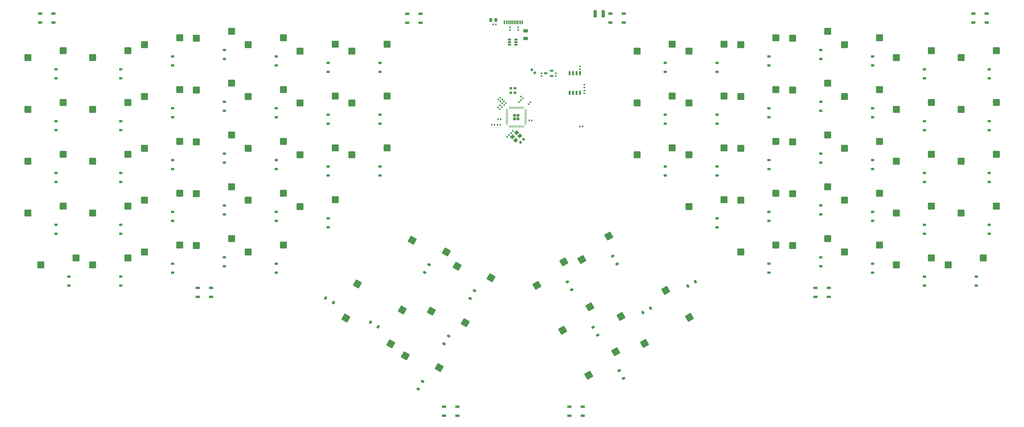
<source format=gbr>
%TF.GenerationSoftware,KiCad,Pcbnew,7.0.2*%
%TF.CreationDate,2023-06-06T03:29:56-04:00*%
%TF.ProjectId,arisu,61726973-752e-46b6-9963-61645f706362,1.1*%
%TF.SameCoordinates,Original*%
%TF.FileFunction,Paste,Bot*%
%TF.FilePolarity,Positive*%
%FSLAX46Y46*%
G04 Gerber Fmt 4.6, Leading zero omitted, Abs format (unit mm)*
G04 Created by KiCad (PCBNEW 7.0.2) date 2023-06-06 03:29:56*
%MOMM*%
%LPD*%
G01*
G04 APERTURE LIST*
G04 Aperture macros list*
%AMRoundRect*
0 Rectangle with rounded corners*
0 $1 Rounding radius*
0 $2 $3 $4 $5 $6 $7 $8 $9 X,Y pos of 4 corners*
0 Add a 4 corners polygon primitive as box body*
4,1,4,$2,$3,$4,$5,$6,$7,$8,$9,$2,$3,0*
0 Add four circle primitives for the rounded corners*
1,1,$1+$1,$2,$3*
1,1,$1+$1,$4,$5*
1,1,$1+$1,$6,$7*
1,1,$1+$1,$8,$9*
0 Add four rect primitives between the rounded corners*
20,1,$1+$1,$2,$3,$4,$5,0*
20,1,$1+$1,$4,$5,$6,$7,0*
20,1,$1+$1,$6,$7,$8,$9,0*
20,1,$1+$1,$8,$9,$2,$3,0*%
%AMRotRect*
0 Rectangle, with rotation*
0 The origin of the aperture is its center*
0 $1 length*
0 $2 width*
0 $3 Rotation angle, in degrees counterclockwise*
0 Add horizontal line*
21,1,$1,$2,0,0,$3*%
G04 Aperture macros list end*
%ADD10RoundRect,0.225000X0.375000X-0.225000X0.375000X0.225000X-0.375000X0.225000X-0.375000X-0.225000X0*%
%ADD11R,1.500000X0.900000*%
%ADD12RoundRect,0.250000X1.025000X1.000000X-1.025000X1.000000X-1.025000X-1.000000X1.025000X-1.000000X0*%
%ADD13RoundRect,0.250000X-1.378525X0.387676X-0.353525X-1.387676X1.378525X-0.387676X0.353525X1.387676X0*%
%ADD14RoundRect,0.140000X0.021213X-0.219203X0.219203X-0.021213X-0.021213X0.219203X-0.219203X0.021213X0*%
%ADD15RoundRect,0.250000X-0.312500X-1.075000X0.312500X-1.075000X0.312500X1.075000X-0.312500X1.075000X0*%
%ADD16RoundRect,0.150000X0.150000X-0.650000X0.150000X0.650000X-0.150000X0.650000X-0.150000X-0.650000X0*%
%ADD17RoundRect,0.140000X0.219203X0.021213X0.021213X0.219203X-0.219203X-0.021213X-0.021213X-0.219203X0*%
%ADD18RoundRect,0.225000X0.437260X-0.007356X0.212260X0.382356X-0.437260X0.007356X-0.212260X-0.382356X0*%
%ADD19RoundRect,0.250000X1.387676X0.353525X-0.387676X1.378525X-1.387676X-0.353525X0.387676X-1.378525X0*%
%ADD20RoundRect,0.140000X0.140000X0.170000X-0.140000X0.170000X-0.140000X-0.170000X0.140000X-0.170000X0*%
%ADD21RoundRect,0.200000X-0.275000X0.200000X-0.275000X-0.200000X0.275000X-0.200000X0.275000X0.200000X0*%
%ADD22RoundRect,0.250000X0.387676X1.378525X-1.387676X0.353525X-0.387676X-1.378525X1.387676X-0.353525X0*%
%ADD23RoundRect,0.140000X-0.219203X-0.021213X-0.021213X-0.219203X0.219203X0.021213X0.021213X0.219203X0*%
%ADD24RoundRect,0.250000X0.353525X-1.387676X1.378525X0.387676X-0.353525X1.387676X-1.378525X-0.387676X0*%
%ADD25RoundRect,0.225000X0.007356X0.437260X-0.382356X0.212260X-0.007356X-0.437260X0.382356X-0.212260X0*%
%ADD26RoundRect,0.140000X-0.140000X-0.170000X0.140000X-0.170000X0.140000X0.170000X-0.140000X0.170000X0*%
%ADD27RoundRect,0.250000X0.292217X0.292217X-0.292217X0.292217X-0.292217X-0.292217X0.292217X-0.292217X0*%
%ADD28RoundRect,0.050000X0.387500X0.050000X-0.387500X0.050000X-0.387500X-0.050000X0.387500X-0.050000X0*%
%ADD29RoundRect,0.050000X0.050000X0.387500X-0.050000X0.387500X-0.050000X-0.387500X0.050000X-0.387500X0*%
%ADD30RoundRect,0.250000X-0.262500X-0.450000X0.262500X-0.450000X0.262500X0.450000X-0.262500X0.450000X0*%
%ADD31RoundRect,0.140000X-0.021213X0.219203X-0.219203X0.021213X0.021213X-0.219203X0.219203X-0.021213X0*%
%ADD32RoundRect,0.140000X0.170000X-0.140000X0.170000X0.140000X-0.170000X0.140000X-0.170000X-0.140000X0*%
%ADD33RoundRect,0.135000X-0.135000X-0.185000X0.135000X-0.185000X0.135000X0.185000X-0.135000X0.185000X0*%
%ADD34RoundRect,0.225000X-0.382356X-0.212260X0.007356X-0.437260X0.382356X0.212260X-0.007356X0.437260X0*%
%ADD35RoundRect,0.225000X0.212260X-0.382356X0.437260X0.007356X-0.212260X0.382356X-0.437260X-0.007356X0*%
%ADD36RoundRect,0.135000X0.185000X-0.135000X0.185000X0.135000X-0.185000X0.135000X-0.185000X-0.135000X0*%
%ADD37RotRect,1.400000X1.200000X45.000000*%
%ADD38RoundRect,0.225000X-0.017678X0.335876X-0.335876X0.017678X0.017678X-0.335876X0.335876X-0.017678X0*%
%ADD39RoundRect,0.225000X-0.335876X-0.017678X-0.017678X-0.335876X0.335876X0.017678X0.017678X0.335876X0*%
%ADD40RoundRect,0.135000X-0.035355X0.226274X-0.226274X0.035355X0.035355X-0.226274X0.226274X-0.035355X0*%
%ADD41RoundRect,0.140000X-0.170000X0.140000X-0.170000X-0.140000X0.170000X-0.140000X0.170000X0.140000X0*%
%ADD42RoundRect,0.135000X-0.185000X0.135000X-0.185000X-0.135000X0.185000X-0.135000X0.185000X0.135000X0*%
%ADD43RoundRect,0.150000X0.475000X0.150000X-0.475000X0.150000X-0.475000X-0.150000X0.475000X-0.150000X0*%
%ADD44R,0.600000X1.450000*%
%ADD45R,0.300000X1.450000*%
%ADD46RoundRect,0.150000X0.512500X0.150000X-0.512500X0.150000X-0.512500X-0.150000X0.512500X-0.150000X0*%
%ADD47RoundRect,0.250000X-0.625000X0.375000X-0.625000X-0.375000X0.625000X-0.375000X0.625000X0.375000X0*%
G04 APERTURE END LIST*
D10*
%TO.C,D10*%
X312325000Y-56278750D03*
X312325000Y-52978750D03*
%TD*%
%TO.C,D21*%
X169450000Y-77710000D03*
X169450000Y-74410000D03*
%TD*%
D11*
%TO.C,LED1*%
X258968800Y-37266200D03*
X258968800Y-40566200D03*
X254068800Y-40566200D03*
X254068800Y-37266200D03*
%TD*%
D12*
%TO.C,SW18*%
X101955000Y-65345000D03*
X114882000Y-62805000D03*
%TD*%
%TO.C,SW35*%
X159105000Y-89157500D03*
X172032000Y-86617500D03*
%TD*%
D13*
%TO.C,SW54*%
X266611095Y-158463590D03*
X257947891Y-148538480D03*
%TD*%
D10*
%TO.C,D16*%
X74200000Y-80091250D03*
X74200000Y-76791250D03*
%TD*%
%TO.C,D60*%
X393287500Y-118191250D03*
X393287500Y-114891250D03*
%TD*%
D14*
%TO.C,C7*%
X213667696Y-69506518D03*
X214346518Y-68827696D03*
%TD*%
D10*
%TO.C,D11*%
X331375000Y-53897500D03*
X331375000Y-50597500D03*
%TD*%
D15*
%TO.C,R101*%
X248537500Y-37300000D03*
X251462500Y-37300000D03*
%TD*%
D12*
%TO.C,SW29*%
X40042500Y-91538700D03*
X52969500Y-88998700D03*
%TD*%
D16*
%TO.C,U2*%
X242930000Y-66328750D03*
X241660000Y-66328750D03*
X240390000Y-66328750D03*
X239120000Y-66328750D03*
X239120000Y-59128750D03*
X240390000Y-59128750D03*
X241660000Y-59128750D03*
X242930000Y-59128750D03*
%TD*%
D12*
%TO.C,SW11*%
X321030000Y-46295000D03*
X333957000Y-43755000D03*
%TD*%
D17*
%TO.C,C9*%
X214239411Y-71649411D03*
X213560589Y-70970589D03*
%TD*%
D18*
%TO.C,D69*%
X239881250Y-138770192D03*
X238231250Y-135912308D03*
%TD*%
D10*
%TO.C,D38*%
X274225000Y-96760000D03*
X274225000Y-93460000D03*
%TD*%
%TO.C,D59*%
X369475000Y-118191250D03*
X369475000Y-114891250D03*
%TD*%
D12*
%TO.C,SW76*%
X378180000Y-129638700D03*
X391107000Y-127098700D03*
%TD*%
%TO.C,SW57*%
X321030000Y-103445000D03*
X333957000Y-100905000D03*
%TD*%
D10*
%TO.C,D3*%
X93250000Y-56278750D03*
X93250000Y-52978750D03*
%TD*%
D12*
%TO.C,SW48*%
X101955000Y-103445000D03*
X114882000Y-100905000D03*
%TD*%
%TO.C,SW46*%
X63855000Y-110588700D03*
X76782000Y-108048700D03*
%TD*%
D19*
%TO.C,SW66*%
X178756210Y-163089495D03*
X191221320Y-167353291D03*
%TD*%
D10*
%TO.C,D18*%
X112300000Y-72947500D03*
X112300000Y-69647500D03*
%TD*%
D11*
%TO.C,LED8*%
X184350000Y-37310000D03*
X184350000Y-40610000D03*
X179450000Y-40610000D03*
X179450000Y-37310000D03*
%TD*%
D12*
%TO.C,SW25*%
X321030000Y-65345000D03*
X333957000Y-62805000D03*
%TD*%
D20*
%TO.C,C10*%
X213800000Y-76100000D03*
X212840000Y-76100000D03*
%TD*%
D10*
%TO.C,D29*%
X50387500Y-99141250D03*
X50387500Y-95841250D03*
%TD*%
%TO.C,D23*%
X293275000Y-77710000D03*
X293275000Y-74410000D03*
%TD*%
%TO.C,D65*%
X131350000Y-132478750D03*
X131350000Y-129178750D03*
%TD*%
D12*
%TO.C,SW58*%
X340080000Y-105826200D03*
X353007000Y-103286200D03*
%TD*%
D19*
%TO.C,SW68*%
X197806210Y-130093895D03*
X210271320Y-134357691D03*
%TD*%
D21*
%TO.C,R6*%
X217475000Y-64685000D03*
X217475000Y-66335000D03*
%TD*%
D10*
%TO.C,D27*%
X369475000Y-80091250D03*
X369475000Y-76791250D03*
%TD*%
D22*
%TO.C,SW70*%
X236602210Y-153676695D03*
X246527320Y-145013491D03*
%TD*%
D10*
%TO.C,D9*%
X293275000Y-58660000D03*
X293275000Y-55360000D03*
%TD*%
%TO.C,D76*%
X388525000Y-137241250D03*
X388525000Y-133941250D03*
%TD*%
D12*
%TO.C,SW27*%
X359130000Y-72488700D03*
X372057000Y-69948700D03*
%TD*%
%TO.C,SW19*%
X121005000Y-67726200D03*
X133932000Y-65186200D03*
%TD*%
D23*
%TO.C,C14*%
X221221178Y-67726272D03*
X221900000Y-68405094D03*
%TD*%
D13*
%TO.C,SW37*%
X283108895Y-148938590D03*
X274445691Y-139013480D03*
%TD*%
D17*
%TO.C,C12*%
X215025000Y-70863822D03*
X214346178Y-70185000D03*
%TD*%
D12*
%TO.C,SW49*%
X121005000Y-105826200D03*
X133932000Y-103286200D03*
%TD*%
D10*
%TO.C,D24*%
X312325000Y-75328750D03*
X312325000Y-72028750D03*
%TD*%
%TO.C,D1*%
X50387500Y-61041250D03*
X50387500Y-57741250D03*
%TD*%
D24*
%TO.C,SW51*%
X177628905Y-146192010D03*
X173365109Y-158657120D03*
%TD*%
D11*
%TO.C,LED2*%
X392318800Y-37266200D03*
X392318800Y-40566200D03*
X387418800Y-40566200D03*
X387418800Y-37266200D03*
%TD*%
D12*
%TO.C,SW32*%
X101955000Y-84395000D03*
X114882000Y-81855000D03*
%TD*%
%TO.C,SW33*%
X121005000Y-86776200D03*
X133932000Y-84236200D03*
%TD*%
%TO.C,SW2*%
X63855000Y-53438700D03*
X76782000Y-50898700D03*
%TD*%
D10*
%TO.C,D61*%
X55150000Y-137241250D03*
X55150000Y-133941250D03*
%TD*%
D12*
%TO.C,SW45*%
X40042500Y-110588700D03*
X52969500Y-108048700D03*
%TD*%
D25*
%TO.C,D37*%
X285353492Y-135792650D03*
X282495608Y-137442650D03*
%TD*%
D12*
%TO.C,SW21*%
X159105000Y-70107500D03*
X172032000Y-67567500D03*
%TD*%
%TO.C,SW26*%
X340080000Y-67726200D03*
X353007000Y-65186200D03*
%TD*%
%TO.C,SW40*%
X301980000Y-86776200D03*
X314907000Y-84236200D03*
%TD*%
D10*
%TO.C,D56*%
X312325000Y-113428750D03*
X312325000Y-110128750D03*
%TD*%
D12*
%TO.C,SW14*%
X382942500Y-53438700D03*
X395869500Y-50898700D03*
%TD*%
D18*
%TO.C,D71*%
X258931250Y-171313942D03*
X257281250Y-168456058D03*
%TD*%
D12*
%TO.C,SW20*%
X140055000Y-70107500D03*
X152982000Y-67567500D03*
%TD*%
D26*
%TO.C,C18*%
X211020000Y-41200000D03*
X211980000Y-41200000D03*
%TD*%
D12*
%TO.C,SW75*%
X359130000Y-129638700D03*
X372057000Y-127098700D03*
%TD*%
D10*
%TO.C,D32*%
X112300000Y-91997500D03*
X112300000Y-88697500D03*
%TD*%
D27*
%TO.C,U3*%
X220167500Y-75907500D03*
X220167500Y-74632500D03*
X218892500Y-75907500D03*
X218892500Y-74632500D03*
D28*
X222967500Y-72670000D03*
X222967500Y-73070000D03*
X222967500Y-73470000D03*
X222967500Y-73870000D03*
X222967500Y-74270000D03*
X222967500Y-74670000D03*
X222967500Y-75070000D03*
X222967500Y-75470000D03*
X222967500Y-75870000D03*
X222967500Y-76270000D03*
X222967500Y-76670000D03*
X222967500Y-77070000D03*
X222967500Y-77470000D03*
X222967500Y-77870000D03*
D29*
X222130000Y-78707500D03*
X221730000Y-78707500D03*
X221330000Y-78707500D03*
X220930000Y-78707500D03*
X220530000Y-78707500D03*
X220130000Y-78707500D03*
X219730000Y-78707500D03*
X219330000Y-78707500D03*
X218930000Y-78707500D03*
X218530000Y-78707500D03*
X218130000Y-78707500D03*
X217730000Y-78707500D03*
X217330000Y-78707500D03*
X216930000Y-78707500D03*
D28*
X216092500Y-77870000D03*
X216092500Y-77470000D03*
X216092500Y-77070000D03*
X216092500Y-76670000D03*
X216092500Y-76270000D03*
X216092500Y-75870000D03*
X216092500Y-75470000D03*
X216092500Y-75070000D03*
X216092500Y-74670000D03*
X216092500Y-74270000D03*
X216092500Y-73870000D03*
X216092500Y-73470000D03*
X216092500Y-73070000D03*
X216092500Y-72670000D03*
D29*
X216930000Y-71832500D03*
X217330000Y-71832500D03*
X217730000Y-71832500D03*
X218130000Y-71832500D03*
X218530000Y-71832500D03*
X218930000Y-71832500D03*
X219330000Y-71832500D03*
X219730000Y-71832500D03*
X220130000Y-71832500D03*
X220530000Y-71832500D03*
X220930000Y-71832500D03*
X221330000Y-71832500D03*
X221730000Y-71832500D03*
X222130000Y-71832500D03*
%TD*%
D11*
%TO.C,LED5*%
X197850000Y-181728700D03*
X197850000Y-185028700D03*
X192950000Y-185028700D03*
X192950000Y-181728700D03*
%TD*%
D30*
%TO.C,R9*%
X210187500Y-39600000D03*
X212012500Y-39600000D03*
%TD*%
D12*
%TO.C,SW13*%
X359130000Y-53438700D03*
X372057000Y-50898700D03*
%TD*%
D10*
%TO.C,D20*%
X150400000Y-77710000D03*
X150400000Y-74410000D03*
%TD*%
D12*
%TO.C,SW60*%
X382942500Y-110588700D03*
X395869500Y-108048700D03*
%TD*%
%TO.C,SW43*%
X359130000Y-91538700D03*
X372057000Y-88998700D03*
%TD*%
D31*
%TO.C,C2*%
X216839411Y-81860589D03*
X216160589Y-82539411D03*
%TD*%
D12*
%TO.C,SW6*%
X140055000Y-51057500D03*
X152982000Y-48517500D03*
%TD*%
D22*
%TO.C,SW53*%
X243575010Y-127653895D03*
X253500120Y-118990691D03*
%TD*%
D10*
%TO.C,D5*%
X131350000Y-56278750D03*
X131350000Y-52978750D03*
%TD*%
%TO.C,D47*%
X93250000Y-113428750D03*
X93250000Y-110128750D03*
%TD*%
%TO.C,D7*%
X169450000Y-58660000D03*
X169450000Y-55360000D03*
%TD*%
%TO.C,D43*%
X369475000Y-99141250D03*
X369475000Y-95841250D03*
%TD*%
%TO.C,D63*%
X93250000Y-132478750D03*
X93250000Y-129178750D03*
%TD*%
D32*
%TO.C,C4*%
X242900000Y-57620000D03*
X242900000Y-56660000D03*
%TD*%
D14*
%TO.C,C6*%
X212960589Y-68799411D03*
X213639411Y-68120589D03*
%TD*%
D12*
%TO.C,SW42*%
X340080000Y-86776200D03*
X353007000Y-84236200D03*
%TD*%
D33*
%TO.C,R4*%
X210490000Y-78100000D03*
X211510000Y-78100000D03*
%TD*%
D31*
%TO.C,C16*%
X224739411Y-69870589D03*
X224060589Y-70549411D03*
%TD*%
D12*
%TO.C,SW4*%
X101955000Y-46295000D03*
X114882000Y-43755000D03*
%TD*%
%TO.C,SW41*%
X321030000Y-84395000D03*
X333957000Y-81855000D03*
%TD*%
%TO.C,SW39*%
X282930000Y-89157500D03*
X295857000Y-86617500D03*
%TD*%
D34*
%TO.C,D36*%
X149420258Y-141825150D03*
X152278142Y-143475150D03*
%TD*%
D12*
%TO.C,SW10*%
X301980000Y-48676200D03*
X314907000Y-46136200D03*
%TD*%
D10*
%TO.C,D31*%
X93250000Y-94378750D03*
X93250000Y-91078750D03*
%TD*%
%TO.C,D50*%
X150400000Y-115810000D03*
X150400000Y-112510000D03*
%TD*%
D12*
%TO.C,SW61*%
X44805000Y-129638700D03*
X57732000Y-127098700D03*
%TD*%
%TO.C,SW74*%
X340080000Y-124876200D03*
X353007000Y-122336200D03*
%TD*%
%TO.C,SW64*%
X101955000Y-122495000D03*
X114882000Y-119955000D03*
%TD*%
%TO.C,SW28*%
X382942500Y-72488700D03*
X395869500Y-69948700D03*
%TD*%
%TO.C,SW31*%
X82905000Y-86776200D03*
X95832000Y-84236200D03*
%TD*%
D10*
%TO.C,D49*%
X131350000Y-113428750D03*
X131350000Y-110128750D03*
%TD*%
D24*
%TO.C,SW36*%
X161131105Y-136667010D03*
X156867309Y-149132120D03*
%TD*%
D10*
%TO.C,D75*%
X369475000Y-137241250D03*
X369475000Y-133941250D03*
%TD*%
D35*
%TO.C,D52*%
X185843750Y-132420192D03*
X187493750Y-129562308D03*
%TD*%
D12*
%TO.C,SW23*%
X282930000Y-70107500D03*
X295857000Y-67567500D03*
%TD*%
%TO.C,SW12*%
X340080000Y-48676200D03*
X353007000Y-46136200D03*
%TD*%
D36*
%TO.C,R2*%
X217200000Y-43220000D03*
X217200000Y-42200000D03*
%TD*%
D10*
%TO.C,D44*%
X393287500Y-99141250D03*
X393287500Y-95841250D03*
%TD*%
D12*
%TO.C,SW9*%
X282930000Y-51057500D03*
X295857000Y-48517500D03*
%TD*%
%TO.C,SW30*%
X63855000Y-91538700D03*
X76782000Y-88998700D03*
%TD*%
D10*
%TO.C,D17*%
X93250000Y-75328750D03*
X93250000Y-72028750D03*
%TD*%
%TO.C,D30*%
X74200000Y-99141250D03*
X74200000Y-95841250D03*
%TD*%
D19*
%TO.C,SW52*%
X181308410Y-120568895D03*
X193773520Y-124832691D03*
%TD*%
D10*
%TO.C,D55*%
X293275000Y-115810000D03*
X293275000Y-112510000D03*
%TD*%
D33*
%TO.C,R11*%
X212590000Y-78100000D03*
X213610000Y-78100000D03*
%TD*%
D10*
%TO.C,D62*%
X74200000Y-137241250D03*
X74200000Y-133941250D03*
%TD*%
D37*
%TO.C,Y1*%
X218083776Y-82565635D03*
X219639411Y-81010000D03*
X220841492Y-82212081D03*
X219285857Y-83767716D03*
%TD*%
D10*
%TO.C,D35*%
X169450000Y-96760000D03*
X169450000Y-93460000D03*
%TD*%
D38*
%TO.C,C1*%
X222148008Y-83451992D03*
X221051992Y-84548008D03*
%TD*%
D39*
%TO.C,C17*%
X225251992Y-57861992D03*
X226348008Y-58958008D03*
%TD*%
D12*
%TO.C,SW8*%
X263880000Y-51057500D03*
X276807000Y-48517500D03*
%TD*%
D17*
%TO.C,C8*%
X215678822Y-70188822D03*
X215000000Y-69510000D03*
%TD*%
D40*
%TO.C,R3*%
X218300000Y-80460000D03*
X217578752Y-81181248D03*
%TD*%
D12*
%TO.C,SW16*%
X63855000Y-72488700D03*
X76782000Y-69948700D03*
%TD*%
D11*
%TO.C,LED4*%
X243887500Y-181728700D03*
X243887500Y-185028700D03*
X238987500Y-185028700D03*
X238987500Y-181728700D03*
%TD*%
D10*
%TO.C,D40*%
X312325000Y-94378750D03*
X312325000Y-91078750D03*
%TD*%
D41*
%TO.C,C3*%
X228799999Y-59211083D03*
X228799999Y-60171083D03*
%TD*%
D12*
%TO.C,SW44*%
X382942500Y-91538700D03*
X395869500Y-88998700D03*
%TD*%
D10*
%TO.C,D13*%
X369475000Y-61041250D03*
X369475000Y-57741250D03*
%TD*%
%TO.C,D12*%
X350425000Y-56278750D03*
X350425000Y-52978750D03*
%TD*%
%TO.C,D2*%
X74200000Y-61041250D03*
X74200000Y-57741250D03*
%TD*%
%TO.C,D58*%
X350425000Y-113428750D03*
X350425000Y-110128750D03*
%TD*%
%TO.C,D64*%
X112300000Y-130097500D03*
X112300000Y-126797500D03*
%TD*%
D12*
%TO.C,SW1*%
X40042500Y-53438700D03*
X52969500Y-50898700D03*
%TD*%
%TO.C,SW47*%
X82905000Y-105826200D03*
X95832000Y-103286200D03*
%TD*%
D18*
%TO.C,D53*%
X256550000Y-129245192D03*
X254900000Y-126387308D03*
%TD*%
D34*
%TO.C,D51*%
X165918058Y-150727350D03*
X168775942Y-152377350D03*
%TD*%
D32*
%TO.C,C5*%
X233994580Y-60159951D03*
X233994580Y-59199951D03*
%TD*%
D10*
%TO.C,D8*%
X274225000Y-58660000D03*
X274225000Y-55360000D03*
%TD*%
D14*
%TO.C,C15*%
X220481767Y-69744505D03*
X221160589Y-69065683D03*
%TD*%
D21*
%TO.C,R5*%
X219075000Y-64685000D03*
X219075000Y-66335000D03*
%TD*%
D35*
%TO.C,D68*%
X202512500Y-141945192D03*
X204162500Y-139087308D03*
%TD*%
D10*
%TO.C,D22*%
X274225000Y-77710000D03*
X274225000Y-74410000D03*
%TD*%
D36*
%TO.C,R7*%
X220200000Y-43220000D03*
X220200000Y-42200000D03*
%TD*%
D11*
%TO.C,LED7*%
X49418800Y-37266200D03*
X49418800Y-40566200D03*
X44518800Y-40566200D03*
X44518800Y-37266200D03*
%TD*%
D42*
%TO.C,R8*%
X244500000Y-65490000D03*
X244500000Y-66510000D03*
%TD*%
D10*
%TO.C,D72*%
X312325000Y-132478750D03*
X312325000Y-129178750D03*
%TD*%
D12*
%TO.C,SW22*%
X263880000Y-70107500D03*
X276807000Y-67567500D03*
%TD*%
%TO.C,SW59*%
X359130000Y-110588700D03*
X372057000Y-108048700D03*
%TD*%
D10*
%TO.C,D25*%
X331375000Y-72947500D03*
X331375000Y-69647500D03*
%TD*%
%TO.C,D19*%
X131350000Y-75328750D03*
X131350000Y-72028750D03*
%TD*%
D25*
%TO.C,D54*%
X268855692Y-145488600D03*
X265997808Y-147138600D03*
%TD*%
D10*
%TO.C,D28*%
X393287500Y-80091250D03*
X393287500Y-76791250D03*
%TD*%
%TO.C,D34*%
X150400000Y-96760000D03*
X150400000Y-93460000D03*
%TD*%
D12*
%TO.C,SW5*%
X121005000Y-48676200D03*
X133932000Y-46136200D03*
%TD*%
D10*
%TO.C,D48*%
X112300000Y-111047500D03*
X112300000Y-107747500D03*
%TD*%
D42*
%TO.C,R10*%
X244500000Y-63390000D03*
X244500000Y-64410000D03*
%TD*%
D43*
%TO.C,U4*%
X219375000Y-46776219D03*
X219375000Y-47726219D03*
X219375000Y-48676219D03*
X217025000Y-48676219D03*
X217025000Y-47726219D03*
X217025000Y-46776219D03*
%TD*%
D11*
%TO.C,LED3*%
X334375000Y-138072500D03*
X334375000Y-141372500D03*
X329475000Y-141372500D03*
X329475000Y-138072500D03*
%TD*%
D35*
%TO.C,D67*%
X192987500Y-158613942D03*
X194637500Y-155756058D03*
%TD*%
D26*
%TO.C,C11*%
X224300000Y-76510000D03*
X225260000Y-76510000D03*
%TD*%
D10*
%TO.C,D14*%
X393287500Y-61041250D03*
X393287500Y-57741250D03*
%TD*%
D22*
%TO.C,SW69*%
X227077210Y-137178895D03*
X237002320Y-128515691D03*
%TD*%
D10*
%TO.C,D41*%
X331375000Y-91997500D03*
X331375000Y-88697500D03*
%TD*%
D12*
%TO.C,SW3*%
X82905000Y-48676200D03*
X95832000Y-46136200D03*
%TD*%
%TO.C,SW17*%
X82905000Y-67726200D03*
X95832000Y-65186200D03*
%TD*%
D10*
%TO.C,D39*%
X293275000Y-96760000D03*
X293275000Y-93460000D03*
%TD*%
D22*
%TO.C,SW71*%
X246127210Y-170174495D03*
X256052320Y-161511291D03*
%TD*%
D12*
%TO.C,SW24*%
X301980000Y-67726200D03*
X314907000Y-65186200D03*
%TD*%
D33*
%TO.C,R1*%
X242890000Y-78700000D03*
X243910000Y-78700000D03*
%TD*%
D10*
%TO.C,D46*%
X74200000Y-118191250D03*
X74200000Y-114891250D03*
%TD*%
%TO.C,D26*%
X350425000Y-75328750D03*
X350425000Y-72028750D03*
%TD*%
D12*
%TO.C,SW63*%
X82905000Y-124876200D03*
X95832000Y-122336200D03*
%TD*%
D11*
%TO.C,LED6*%
X107362500Y-138072500D03*
X107362500Y-141372500D03*
X102462500Y-141372500D03*
X102462500Y-138072500D03*
%TD*%
D10*
%TO.C,D74*%
X350425000Y-132478750D03*
X350425000Y-129178750D03*
%TD*%
D44*
%TO.C,J1*%
X215175000Y-40495000D03*
X215975000Y-40495000D03*
D45*
X217175000Y-40495000D03*
X218175000Y-40495000D03*
X218675000Y-40495000D03*
X219675000Y-40495000D03*
D44*
X220875000Y-40495000D03*
X221675000Y-40495000D03*
X221675000Y-40495000D03*
X220875000Y-40495000D03*
D45*
X220175000Y-40495000D03*
X219175000Y-40495000D03*
X217675000Y-40495000D03*
X216675000Y-40495000D03*
D44*
X215975000Y-40495000D03*
X215175000Y-40495000D03*
%TD*%
D19*
%TO.C,SW67*%
X188281210Y-146591695D03*
X200746320Y-150855491D03*
%TD*%
D17*
%TO.C,C13*%
X213478822Y-72388822D03*
X212800000Y-71710000D03*
%TD*%
D12*
%TO.C,SW65*%
X121005000Y-124876200D03*
X133932000Y-122336200D03*
%TD*%
%TO.C,SW72*%
X301980000Y-124876200D03*
X314907000Y-122336200D03*
%TD*%
D10*
%TO.C,D45*%
X50387500Y-118191250D03*
X50387500Y-114891250D03*
%TD*%
%TO.C,D15*%
X50387500Y-80091250D03*
X50387500Y-76791250D03*
%TD*%
%TO.C,D57*%
X331375000Y-111047500D03*
X331375000Y-107747500D03*
%TD*%
D12*
%TO.C,SW62*%
X63855000Y-129638700D03*
X76782000Y-127098700D03*
%TD*%
D10*
%TO.C,D33*%
X131350000Y-94378750D03*
X131350000Y-91078750D03*
%TD*%
D12*
%TO.C,SW73*%
X321030000Y-122495000D03*
X333957000Y-119955000D03*
%TD*%
D46*
%TO.C,U1*%
X232537500Y-58260000D03*
X232537500Y-60160000D03*
X230262500Y-59210000D03*
%TD*%
D12*
%TO.C,SW15*%
X40042500Y-72488700D03*
X52969500Y-69948700D03*
%TD*%
%TO.C,SW7*%
X159105000Y-51057500D03*
X172032000Y-48517500D03*
%TD*%
D47*
%TO.C,F1*%
X222900000Y-43610000D03*
X222900000Y-46410000D03*
%TD*%
D10*
%TO.C,D4*%
X112300000Y-53897500D03*
X112300000Y-50597500D03*
%TD*%
%TO.C,D73*%
X331375000Y-130097500D03*
X331375000Y-126797500D03*
%TD*%
D12*
%TO.C,SW34*%
X140055000Y-89157500D03*
X152982000Y-86617500D03*
%TD*%
D10*
%TO.C,D6*%
X150400000Y-58660000D03*
X150400000Y-55360000D03*
%TD*%
D35*
%TO.C,D66*%
X183462500Y-175282692D03*
X185112500Y-172424808D03*
%TD*%
D12*
%TO.C,SW55*%
X282930000Y-108207500D03*
X295857000Y-105667500D03*
%TD*%
%TO.C,SW50*%
X140055000Y-108207500D03*
X152982000Y-105667500D03*
%TD*%
%TO.C,SW38*%
X263880000Y-89157500D03*
X276807000Y-86617500D03*
%TD*%
%TO.C,SW56*%
X301980000Y-105826200D03*
X314907000Y-103286200D03*
%TD*%
D10*
%TO.C,D42*%
X350425000Y-94378750D03*
X350425000Y-91078750D03*
%TD*%
D18*
%TO.C,D70*%
X249406250Y-155438942D03*
X247756250Y-152581058D03*
%TD*%
M02*

</source>
